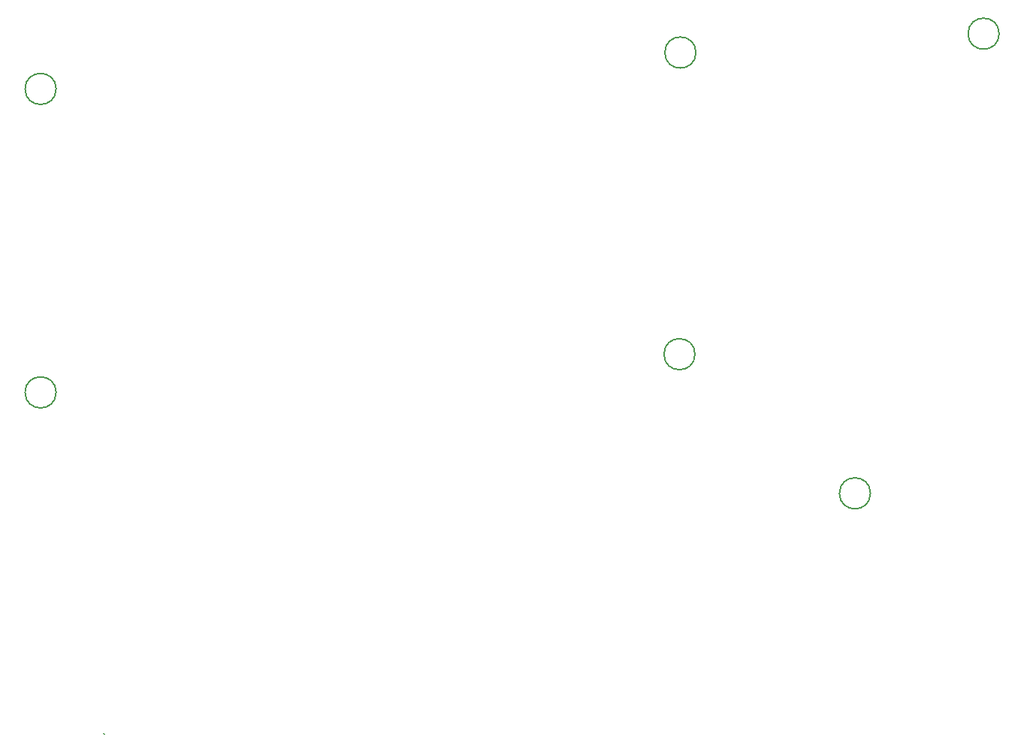
<source format=gbr>
G04 #@! TF.GenerationSoftware,KiCad,Pcbnew,(5.99.0-8557-g8988e46ab1)*
G04 #@! TF.CreationDate,2021-02-21T06:36:03-07:00*
G04 #@! TF.ProjectId,BottomCover,426f7474-6f6d-4436-9f76-65722e6b6963,rev?*
G04 #@! TF.SameCoordinates,PX85099e0PY51bada0*
G04 #@! TF.FileFunction,Other,Comment*
%FSLAX46Y46*%
G04 Gerber Fmt 4.6, Leading zero omitted, Abs format (unit mm)*
G04 Created by KiCad (PCBNEW (5.99.0-8557-g8988e46ab1)) date 2021-02-21 06:36:03*
%MOMM*%
%LPD*%
G01*
G04 APERTURE LIST*
%ADD10C,0.100000*%
%ADD11C,0.150000*%
G04 APERTURE END LIST*
D10*
X-28568573Y-52477449D02*
X-28419453Y-52487449D01*
D11*
X38123000Y-9725000D02*
G75*
G03*
X38123000Y-9725000I-1750000J0D01*
G01*
X-33877000Y20175000D02*
G75*
G03*
X-33877000Y20175000I-1750000J0D01*
G01*
X38223000Y24275000D02*
G75*
G03*
X38223000Y24275000I-1750000J0D01*
G01*
X72398000Y26400000D02*
G75*
G03*
X72398000Y26400000I-1750000J0D01*
G01*
X-33877000Y-14025000D02*
G75*
G03*
X-33877000Y-14025000I-1750000J0D01*
G01*
X57898000Y-25400000D02*
G75*
G03*
X57898000Y-25400000I-1750000J0D01*
G01*
M02*

</source>
